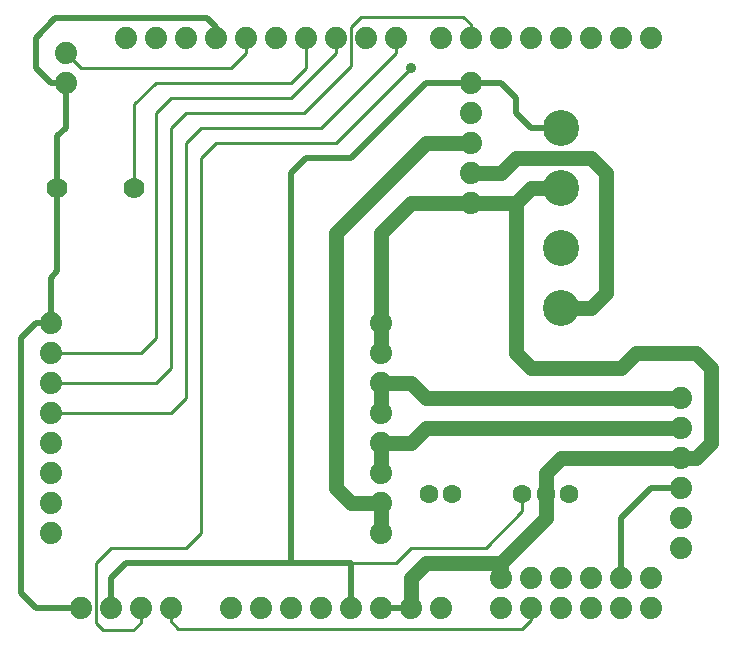
<source format=gbl>
G75*
%MOIN*%
%OFA0B0*%
%FSLAX25Y25*%
%IPPOS*%
%LPD*%
%AMOC8*
5,1,8,0,0,1.08239X$1,22.5*
%
%ADD10C,0.07400*%
%ADD11C,0.12000*%
%ADD12C,0.07000*%
%ADD13C,0.06299*%
%ADD14C,0.05000*%
%ADD15C,0.02000*%
%ADD16C,0.01000*%
%ADD17C,0.03500*%
D10*
X0087524Y0110000D03*
X0097524Y0110000D03*
X0107524Y0110000D03*
X0117524Y0110000D03*
X0137524Y0110000D03*
X0147524Y0110000D03*
X0157524Y0110000D03*
X0167524Y0110000D03*
X0177524Y0110000D03*
X0187524Y0110000D03*
X0197524Y0110000D03*
X0207524Y0110000D03*
X0227524Y0110000D03*
X0237524Y0110000D03*
X0247524Y0110000D03*
X0257524Y0110000D03*
X0267524Y0110000D03*
X0277524Y0110000D03*
X0277524Y0120000D03*
X0267524Y0120000D03*
X0257524Y0120000D03*
X0247524Y0120000D03*
X0237524Y0120000D03*
X0227524Y0120000D03*
X0187524Y0135000D03*
X0187524Y0145000D03*
X0187524Y0155000D03*
X0187524Y0165000D03*
X0187524Y0175000D03*
X0187524Y0185000D03*
X0187524Y0195000D03*
X0187524Y0205000D03*
X0217524Y0245000D03*
X0217524Y0255000D03*
X0217524Y0265000D03*
X0217524Y0275000D03*
X0217524Y0285000D03*
X0217524Y0300000D03*
X0227524Y0300000D03*
X0237524Y0300000D03*
X0247524Y0300000D03*
X0257524Y0300000D03*
X0267524Y0300000D03*
X0277524Y0300000D03*
X0207524Y0300000D03*
X0192524Y0300000D03*
X0182524Y0300000D03*
X0172524Y0300000D03*
X0162524Y0300000D03*
X0152524Y0300000D03*
X0142524Y0300000D03*
X0132524Y0300000D03*
X0122524Y0300000D03*
X0112524Y0300000D03*
X0102524Y0300000D03*
X0082524Y0295000D03*
X0082524Y0285000D03*
X0077524Y0205000D03*
X0077524Y0195000D03*
X0077524Y0185000D03*
X0077524Y0175000D03*
X0077524Y0165000D03*
X0077524Y0155000D03*
X0077524Y0145000D03*
X0077524Y0135000D03*
X0287524Y0130000D03*
X0287524Y0140000D03*
X0287524Y0150000D03*
X0287524Y0160000D03*
X0287524Y0170000D03*
X0287524Y0180000D03*
D11*
X0247524Y0210000D03*
X0247524Y0230000D03*
X0247524Y0250000D03*
X0247524Y0270000D03*
D12*
X0105319Y0250000D03*
X0079728Y0250000D03*
D13*
X0203587Y0147835D03*
X0211461Y0147835D03*
X0234650Y0147835D03*
X0242524Y0147835D03*
X0250398Y0147835D03*
D14*
X0242524Y0147835D02*
X0242524Y0140000D01*
X0227524Y0125000D01*
X0227524Y0120000D01*
X0227524Y0125000D02*
X0202524Y0125000D01*
X0197524Y0120000D01*
X0197524Y0110000D01*
X0187524Y0135000D02*
X0187524Y0145000D01*
X0177524Y0145000D01*
X0172524Y0150000D01*
X0172524Y0235000D01*
X0202524Y0265000D01*
X0217524Y0265000D01*
X0217524Y0255000D02*
X0227524Y0255000D01*
X0232524Y0260000D01*
X0257524Y0260000D01*
X0262524Y0255000D01*
X0262524Y0215000D01*
X0257524Y0210000D01*
X0247524Y0210000D01*
X0232524Y0195000D02*
X0232524Y0245000D01*
X0217524Y0245000D01*
X0197524Y0245000D01*
X0187524Y0235000D01*
X0187524Y0205000D01*
X0187524Y0195000D01*
X0187524Y0185000D02*
X0187524Y0175000D01*
X0187524Y0165000D02*
X0187524Y0155000D01*
X0187524Y0165000D02*
X0197524Y0165000D01*
X0202524Y0170000D01*
X0287524Y0170000D01*
X0297524Y0165000D02*
X0297524Y0190000D01*
X0292524Y0195000D01*
X0272524Y0195000D01*
X0267524Y0190000D01*
X0237524Y0190000D01*
X0232524Y0195000D01*
X0202524Y0180000D02*
X0287524Y0180000D01*
X0297524Y0165000D02*
X0292524Y0160000D01*
X0287524Y0160000D01*
X0247524Y0160000D01*
X0242524Y0155000D01*
X0242524Y0147835D01*
X0202524Y0180000D02*
X0197524Y0185000D01*
X0187524Y0185000D01*
X0232524Y0245000D02*
X0237524Y0250000D01*
X0247524Y0250000D01*
D15*
X0247524Y0270000D02*
X0237524Y0270000D01*
X0232524Y0275000D01*
X0232524Y0280000D01*
X0227524Y0285000D01*
X0217524Y0285000D01*
X0202524Y0285000D01*
X0177524Y0260000D01*
X0162524Y0260000D01*
X0157524Y0255000D01*
X0157524Y0125000D01*
X0177524Y0125000D01*
X0177524Y0110000D01*
X0187524Y0110000D02*
X0197524Y0110000D01*
X0157524Y0125000D02*
X0102524Y0125000D01*
X0097524Y0120000D01*
X0097524Y0110000D01*
X0087524Y0110000D02*
X0072524Y0110000D01*
X0067524Y0115000D01*
X0067524Y0200000D01*
X0072524Y0205000D01*
X0077524Y0205000D01*
X0077524Y0220000D01*
X0079728Y0222205D01*
X0079728Y0250000D01*
X0079728Y0267205D01*
X0082524Y0270000D01*
X0082524Y0285000D01*
X0077524Y0285000D01*
X0072524Y0290000D01*
X0072524Y0300000D01*
X0079024Y0306500D01*
X0129524Y0306500D01*
X0132524Y0303500D01*
X0132524Y0300000D01*
X0277524Y0150000D02*
X0287524Y0150000D01*
X0277524Y0150000D02*
X0267524Y0140000D01*
X0267524Y0120000D01*
D16*
X0105024Y0102500D02*
X0095024Y0102500D01*
X0092524Y0105000D01*
X0092524Y0125000D01*
X0097524Y0130000D01*
X0122524Y0130000D01*
X0127524Y0135000D01*
X0127524Y0260000D01*
X0132524Y0265000D01*
X0172524Y0265000D01*
X0197524Y0290000D01*
X0192524Y0295000D02*
X0192524Y0300000D01*
X0192524Y0295000D02*
X0167524Y0270000D01*
X0127524Y0270000D01*
X0122524Y0265000D01*
X0122524Y0180000D01*
X0117524Y0175000D01*
X0077524Y0175000D01*
X0077524Y0185000D02*
X0112524Y0185000D01*
X0117524Y0190000D01*
X0117524Y0270000D01*
X0122524Y0275000D01*
X0162024Y0275000D01*
X0177524Y0290500D01*
X0177524Y0303500D01*
X0181024Y0307000D01*
X0215024Y0307000D01*
X0217524Y0304500D01*
X0217524Y0300000D01*
X0172524Y0300000D02*
X0172524Y0295000D01*
X0157524Y0280000D01*
X0117524Y0280000D01*
X0112524Y0275000D01*
X0112524Y0200000D01*
X0107524Y0195000D01*
X0077524Y0195000D01*
X0105319Y0250000D02*
X0105319Y0277795D01*
X0112524Y0285000D01*
X0157524Y0285000D01*
X0162524Y0290000D01*
X0162524Y0300000D01*
X0142524Y0300000D02*
X0142524Y0295000D01*
X0137524Y0290000D01*
X0087524Y0290000D01*
X0082524Y0295000D01*
X0234650Y0147835D02*
X0234650Y0142126D01*
X0222524Y0130000D01*
X0197524Y0130000D01*
X0192524Y0125000D01*
X0177524Y0125000D01*
X0234524Y0103000D02*
X0120024Y0103000D01*
X0117524Y0105500D01*
X0117524Y0110000D01*
X0107524Y0110000D02*
X0107524Y0105000D01*
X0105024Y0102500D01*
X0234524Y0103000D02*
X0237524Y0106000D01*
X0237524Y0110000D01*
D17*
X0197524Y0290000D03*
M02*

</source>
